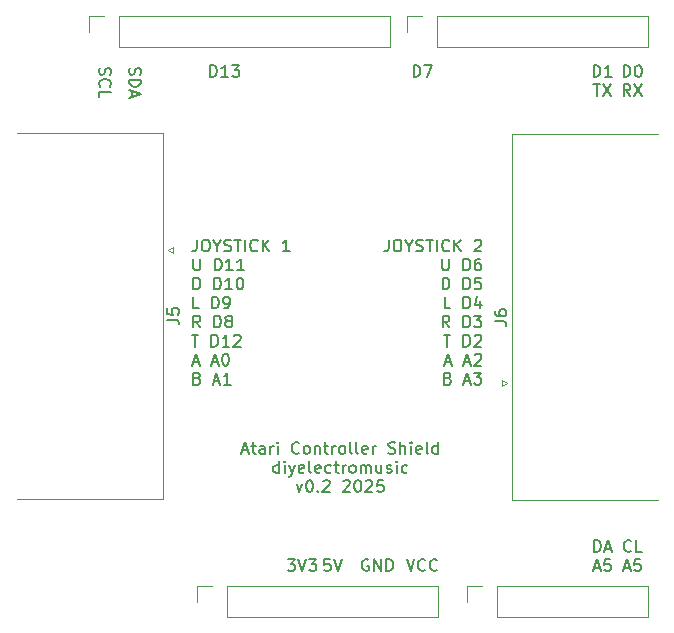
<source format=gbr>
%TF.GenerationSoftware,KiCad,Pcbnew,8.0.7*%
%TF.CreationDate,2025-04-27T16:12:27+01:00*%
%TF.ProjectId,ArduinoAtari,41726475-696e-46f4-9174-6172692e6b69,rev?*%
%TF.SameCoordinates,Original*%
%TF.FileFunction,Legend,Top*%
%TF.FilePolarity,Positive*%
%FSLAX46Y46*%
G04 Gerber Fmt 4.6, Leading zero omitted, Abs format (unit mm)*
G04 Created by KiCad (PCBNEW 8.0.7) date 2025-04-27 16:12:27*
%MOMM*%
%LPD*%
G01*
G04 APERTURE LIST*
%ADD10C,0.150000*%
%ADD11C,0.120000*%
G04 APERTURE END LIST*
D10*
X126622493Y-66820015D02*
X126622493Y-67534300D01*
X126622493Y-67534300D02*
X126574874Y-67677157D01*
X126574874Y-67677157D02*
X126479636Y-67772396D01*
X126479636Y-67772396D02*
X126336779Y-67820015D01*
X126336779Y-67820015D02*
X126241541Y-67820015D01*
X127289160Y-66820015D02*
X127479636Y-66820015D01*
X127479636Y-66820015D02*
X127574874Y-66867634D01*
X127574874Y-66867634D02*
X127670112Y-66962872D01*
X127670112Y-66962872D02*
X127717731Y-67153348D01*
X127717731Y-67153348D02*
X127717731Y-67486681D01*
X127717731Y-67486681D02*
X127670112Y-67677157D01*
X127670112Y-67677157D02*
X127574874Y-67772396D01*
X127574874Y-67772396D02*
X127479636Y-67820015D01*
X127479636Y-67820015D02*
X127289160Y-67820015D01*
X127289160Y-67820015D02*
X127193922Y-67772396D01*
X127193922Y-67772396D02*
X127098684Y-67677157D01*
X127098684Y-67677157D02*
X127051065Y-67486681D01*
X127051065Y-67486681D02*
X127051065Y-67153348D01*
X127051065Y-67153348D02*
X127098684Y-66962872D01*
X127098684Y-66962872D02*
X127193922Y-66867634D01*
X127193922Y-66867634D02*
X127289160Y-66820015D01*
X128336779Y-67343824D02*
X128336779Y-67820015D01*
X128003446Y-66820015D02*
X128336779Y-67343824D01*
X128336779Y-67343824D02*
X128670112Y-66820015D01*
X128955827Y-67772396D02*
X129098684Y-67820015D01*
X129098684Y-67820015D02*
X129336779Y-67820015D01*
X129336779Y-67820015D02*
X129432017Y-67772396D01*
X129432017Y-67772396D02*
X129479636Y-67724776D01*
X129479636Y-67724776D02*
X129527255Y-67629538D01*
X129527255Y-67629538D02*
X129527255Y-67534300D01*
X129527255Y-67534300D02*
X129479636Y-67439062D01*
X129479636Y-67439062D02*
X129432017Y-67391443D01*
X129432017Y-67391443D02*
X129336779Y-67343824D01*
X129336779Y-67343824D02*
X129146303Y-67296205D01*
X129146303Y-67296205D02*
X129051065Y-67248586D01*
X129051065Y-67248586D02*
X129003446Y-67200967D01*
X129003446Y-67200967D02*
X128955827Y-67105729D01*
X128955827Y-67105729D02*
X128955827Y-67010491D01*
X128955827Y-67010491D02*
X129003446Y-66915253D01*
X129003446Y-66915253D02*
X129051065Y-66867634D01*
X129051065Y-66867634D02*
X129146303Y-66820015D01*
X129146303Y-66820015D02*
X129384398Y-66820015D01*
X129384398Y-66820015D02*
X129527255Y-66867634D01*
X129812970Y-66820015D02*
X130384398Y-66820015D01*
X130098684Y-67820015D02*
X130098684Y-66820015D01*
X130717732Y-67820015D02*
X130717732Y-66820015D01*
X131765350Y-67724776D02*
X131717731Y-67772396D01*
X131717731Y-67772396D02*
X131574874Y-67820015D01*
X131574874Y-67820015D02*
X131479636Y-67820015D01*
X131479636Y-67820015D02*
X131336779Y-67772396D01*
X131336779Y-67772396D02*
X131241541Y-67677157D01*
X131241541Y-67677157D02*
X131193922Y-67581919D01*
X131193922Y-67581919D02*
X131146303Y-67391443D01*
X131146303Y-67391443D02*
X131146303Y-67248586D01*
X131146303Y-67248586D02*
X131193922Y-67058110D01*
X131193922Y-67058110D02*
X131241541Y-66962872D01*
X131241541Y-66962872D02*
X131336779Y-66867634D01*
X131336779Y-66867634D02*
X131479636Y-66820015D01*
X131479636Y-66820015D02*
X131574874Y-66820015D01*
X131574874Y-66820015D02*
X131717731Y-66867634D01*
X131717731Y-66867634D02*
X131765350Y-66915253D01*
X132193922Y-67820015D02*
X132193922Y-66820015D01*
X132765350Y-67820015D02*
X132336779Y-67248586D01*
X132765350Y-66820015D02*
X132193922Y-67391443D01*
X134479636Y-67820015D02*
X133908208Y-67820015D01*
X134193922Y-67820015D02*
X134193922Y-66820015D01*
X134193922Y-66820015D02*
X134098684Y-66962872D01*
X134098684Y-66962872D02*
X134003446Y-67058110D01*
X134003446Y-67058110D02*
X133908208Y-67105729D01*
X126336779Y-68429959D02*
X126336779Y-69239482D01*
X126336779Y-69239482D02*
X126384398Y-69334720D01*
X126384398Y-69334720D02*
X126432017Y-69382340D01*
X126432017Y-69382340D02*
X126527255Y-69429959D01*
X126527255Y-69429959D02*
X126717731Y-69429959D01*
X126717731Y-69429959D02*
X126812969Y-69382340D01*
X126812969Y-69382340D02*
X126860588Y-69334720D01*
X126860588Y-69334720D02*
X126908207Y-69239482D01*
X126908207Y-69239482D02*
X126908207Y-68429959D01*
X128146303Y-69429959D02*
X128146303Y-68429959D01*
X128146303Y-68429959D02*
X128384398Y-68429959D01*
X128384398Y-68429959D02*
X128527255Y-68477578D01*
X128527255Y-68477578D02*
X128622493Y-68572816D01*
X128622493Y-68572816D02*
X128670112Y-68668054D01*
X128670112Y-68668054D02*
X128717731Y-68858530D01*
X128717731Y-68858530D02*
X128717731Y-69001387D01*
X128717731Y-69001387D02*
X128670112Y-69191863D01*
X128670112Y-69191863D02*
X128622493Y-69287101D01*
X128622493Y-69287101D02*
X128527255Y-69382340D01*
X128527255Y-69382340D02*
X128384398Y-69429959D01*
X128384398Y-69429959D02*
X128146303Y-69429959D01*
X129670112Y-69429959D02*
X129098684Y-69429959D01*
X129384398Y-69429959D02*
X129384398Y-68429959D01*
X129384398Y-68429959D02*
X129289160Y-68572816D01*
X129289160Y-68572816D02*
X129193922Y-68668054D01*
X129193922Y-68668054D02*
X129098684Y-68715673D01*
X130622493Y-69429959D02*
X130051065Y-69429959D01*
X130336779Y-69429959D02*
X130336779Y-68429959D01*
X130336779Y-68429959D02*
X130241541Y-68572816D01*
X130241541Y-68572816D02*
X130146303Y-68668054D01*
X130146303Y-68668054D02*
X130051065Y-68715673D01*
X126336779Y-71039903D02*
X126336779Y-70039903D01*
X126336779Y-70039903D02*
X126574874Y-70039903D01*
X126574874Y-70039903D02*
X126717731Y-70087522D01*
X126717731Y-70087522D02*
X126812969Y-70182760D01*
X126812969Y-70182760D02*
X126860588Y-70277998D01*
X126860588Y-70277998D02*
X126908207Y-70468474D01*
X126908207Y-70468474D02*
X126908207Y-70611331D01*
X126908207Y-70611331D02*
X126860588Y-70801807D01*
X126860588Y-70801807D02*
X126812969Y-70897045D01*
X126812969Y-70897045D02*
X126717731Y-70992284D01*
X126717731Y-70992284D02*
X126574874Y-71039903D01*
X126574874Y-71039903D02*
X126336779Y-71039903D01*
X128098684Y-71039903D02*
X128098684Y-70039903D01*
X128098684Y-70039903D02*
X128336779Y-70039903D01*
X128336779Y-70039903D02*
X128479636Y-70087522D01*
X128479636Y-70087522D02*
X128574874Y-70182760D01*
X128574874Y-70182760D02*
X128622493Y-70277998D01*
X128622493Y-70277998D02*
X128670112Y-70468474D01*
X128670112Y-70468474D02*
X128670112Y-70611331D01*
X128670112Y-70611331D02*
X128622493Y-70801807D01*
X128622493Y-70801807D02*
X128574874Y-70897045D01*
X128574874Y-70897045D02*
X128479636Y-70992284D01*
X128479636Y-70992284D02*
X128336779Y-71039903D01*
X128336779Y-71039903D02*
X128098684Y-71039903D01*
X129622493Y-71039903D02*
X129051065Y-71039903D01*
X129336779Y-71039903D02*
X129336779Y-70039903D01*
X129336779Y-70039903D02*
X129241541Y-70182760D01*
X129241541Y-70182760D02*
X129146303Y-70277998D01*
X129146303Y-70277998D02*
X129051065Y-70325617D01*
X130241541Y-70039903D02*
X130336779Y-70039903D01*
X130336779Y-70039903D02*
X130432017Y-70087522D01*
X130432017Y-70087522D02*
X130479636Y-70135141D01*
X130479636Y-70135141D02*
X130527255Y-70230379D01*
X130527255Y-70230379D02*
X130574874Y-70420855D01*
X130574874Y-70420855D02*
X130574874Y-70658950D01*
X130574874Y-70658950D02*
X130527255Y-70849426D01*
X130527255Y-70849426D02*
X130479636Y-70944664D01*
X130479636Y-70944664D02*
X130432017Y-70992284D01*
X130432017Y-70992284D02*
X130336779Y-71039903D01*
X130336779Y-71039903D02*
X130241541Y-71039903D01*
X130241541Y-71039903D02*
X130146303Y-70992284D01*
X130146303Y-70992284D02*
X130098684Y-70944664D01*
X130098684Y-70944664D02*
X130051065Y-70849426D01*
X130051065Y-70849426D02*
X130003446Y-70658950D01*
X130003446Y-70658950D02*
X130003446Y-70420855D01*
X130003446Y-70420855D02*
X130051065Y-70230379D01*
X130051065Y-70230379D02*
X130098684Y-70135141D01*
X130098684Y-70135141D02*
X130146303Y-70087522D01*
X130146303Y-70087522D02*
X130241541Y-70039903D01*
X126812969Y-72649847D02*
X126336779Y-72649847D01*
X126336779Y-72649847D02*
X126336779Y-71649847D01*
X127908208Y-72649847D02*
X127908208Y-71649847D01*
X127908208Y-71649847D02*
X128146303Y-71649847D01*
X128146303Y-71649847D02*
X128289160Y-71697466D01*
X128289160Y-71697466D02*
X128384398Y-71792704D01*
X128384398Y-71792704D02*
X128432017Y-71887942D01*
X128432017Y-71887942D02*
X128479636Y-72078418D01*
X128479636Y-72078418D02*
X128479636Y-72221275D01*
X128479636Y-72221275D02*
X128432017Y-72411751D01*
X128432017Y-72411751D02*
X128384398Y-72506989D01*
X128384398Y-72506989D02*
X128289160Y-72602228D01*
X128289160Y-72602228D02*
X128146303Y-72649847D01*
X128146303Y-72649847D02*
X127908208Y-72649847D01*
X128955827Y-72649847D02*
X129146303Y-72649847D01*
X129146303Y-72649847D02*
X129241541Y-72602228D01*
X129241541Y-72602228D02*
X129289160Y-72554608D01*
X129289160Y-72554608D02*
X129384398Y-72411751D01*
X129384398Y-72411751D02*
X129432017Y-72221275D01*
X129432017Y-72221275D02*
X129432017Y-71840323D01*
X129432017Y-71840323D02*
X129384398Y-71745085D01*
X129384398Y-71745085D02*
X129336779Y-71697466D01*
X129336779Y-71697466D02*
X129241541Y-71649847D01*
X129241541Y-71649847D02*
X129051065Y-71649847D01*
X129051065Y-71649847D02*
X128955827Y-71697466D01*
X128955827Y-71697466D02*
X128908208Y-71745085D01*
X128908208Y-71745085D02*
X128860589Y-71840323D01*
X128860589Y-71840323D02*
X128860589Y-72078418D01*
X128860589Y-72078418D02*
X128908208Y-72173656D01*
X128908208Y-72173656D02*
X128955827Y-72221275D01*
X128955827Y-72221275D02*
X129051065Y-72268894D01*
X129051065Y-72268894D02*
X129241541Y-72268894D01*
X129241541Y-72268894D02*
X129336779Y-72221275D01*
X129336779Y-72221275D02*
X129384398Y-72173656D01*
X129384398Y-72173656D02*
X129432017Y-72078418D01*
X126908207Y-74259791D02*
X126574874Y-73783600D01*
X126336779Y-74259791D02*
X126336779Y-73259791D01*
X126336779Y-73259791D02*
X126717731Y-73259791D01*
X126717731Y-73259791D02*
X126812969Y-73307410D01*
X126812969Y-73307410D02*
X126860588Y-73355029D01*
X126860588Y-73355029D02*
X126908207Y-73450267D01*
X126908207Y-73450267D02*
X126908207Y-73593124D01*
X126908207Y-73593124D02*
X126860588Y-73688362D01*
X126860588Y-73688362D02*
X126812969Y-73735981D01*
X126812969Y-73735981D02*
X126717731Y-73783600D01*
X126717731Y-73783600D02*
X126336779Y-73783600D01*
X128098684Y-74259791D02*
X128098684Y-73259791D01*
X128098684Y-73259791D02*
X128336779Y-73259791D01*
X128336779Y-73259791D02*
X128479636Y-73307410D01*
X128479636Y-73307410D02*
X128574874Y-73402648D01*
X128574874Y-73402648D02*
X128622493Y-73497886D01*
X128622493Y-73497886D02*
X128670112Y-73688362D01*
X128670112Y-73688362D02*
X128670112Y-73831219D01*
X128670112Y-73831219D02*
X128622493Y-74021695D01*
X128622493Y-74021695D02*
X128574874Y-74116933D01*
X128574874Y-74116933D02*
X128479636Y-74212172D01*
X128479636Y-74212172D02*
X128336779Y-74259791D01*
X128336779Y-74259791D02*
X128098684Y-74259791D01*
X129241541Y-73688362D02*
X129146303Y-73640743D01*
X129146303Y-73640743D02*
X129098684Y-73593124D01*
X129098684Y-73593124D02*
X129051065Y-73497886D01*
X129051065Y-73497886D02*
X129051065Y-73450267D01*
X129051065Y-73450267D02*
X129098684Y-73355029D01*
X129098684Y-73355029D02*
X129146303Y-73307410D01*
X129146303Y-73307410D02*
X129241541Y-73259791D01*
X129241541Y-73259791D02*
X129432017Y-73259791D01*
X129432017Y-73259791D02*
X129527255Y-73307410D01*
X129527255Y-73307410D02*
X129574874Y-73355029D01*
X129574874Y-73355029D02*
X129622493Y-73450267D01*
X129622493Y-73450267D02*
X129622493Y-73497886D01*
X129622493Y-73497886D02*
X129574874Y-73593124D01*
X129574874Y-73593124D02*
X129527255Y-73640743D01*
X129527255Y-73640743D02*
X129432017Y-73688362D01*
X129432017Y-73688362D02*
X129241541Y-73688362D01*
X129241541Y-73688362D02*
X129146303Y-73735981D01*
X129146303Y-73735981D02*
X129098684Y-73783600D01*
X129098684Y-73783600D02*
X129051065Y-73878838D01*
X129051065Y-73878838D02*
X129051065Y-74069314D01*
X129051065Y-74069314D02*
X129098684Y-74164552D01*
X129098684Y-74164552D02*
X129146303Y-74212172D01*
X129146303Y-74212172D02*
X129241541Y-74259791D01*
X129241541Y-74259791D02*
X129432017Y-74259791D01*
X129432017Y-74259791D02*
X129527255Y-74212172D01*
X129527255Y-74212172D02*
X129574874Y-74164552D01*
X129574874Y-74164552D02*
X129622493Y-74069314D01*
X129622493Y-74069314D02*
X129622493Y-73878838D01*
X129622493Y-73878838D02*
X129574874Y-73783600D01*
X129574874Y-73783600D02*
X129527255Y-73735981D01*
X129527255Y-73735981D02*
X129432017Y-73688362D01*
X126193922Y-74869735D02*
X126765350Y-74869735D01*
X126479636Y-75869735D02*
X126479636Y-74869735D01*
X127860589Y-75869735D02*
X127860589Y-74869735D01*
X127860589Y-74869735D02*
X128098684Y-74869735D01*
X128098684Y-74869735D02*
X128241541Y-74917354D01*
X128241541Y-74917354D02*
X128336779Y-75012592D01*
X128336779Y-75012592D02*
X128384398Y-75107830D01*
X128384398Y-75107830D02*
X128432017Y-75298306D01*
X128432017Y-75298306D02*
X128432017Y-75441163D01*
X128432017Y-75441163D02*
X128384398Y-75631639D01*
X128384398Y-75631639D02*
X128336779Y-75726877D01*
X128336779Y-75726877D02*
X128241541Y-75822116D01*
X128241541Y-75822116D02*
X128098684Y-75869735D01*
X128098684Y-75869735D02*
X127860589Y-75869735D01*
X129384398Y-75869735D02*
X128812970Y-75869735D01*
X129098684Y-75869735D02*
X129098684Y-74869735D01*
X129098684Y-74869735D02*
X129003446Y-75012592D01*
X129003446Y-75012592D02*
X128908208Y-75107830D01*
X128908208Y-75107830D02*
X128812970Y-75155449D01*
X129765351Y-74964973D02*
X129812970Y-74917354D01*
X129812970Y-74917354D02*
X129908208Y-74869735D01*
X129908208Y-74869735D02*
X130146303Y-74869735D01*
X130146303Y-74869735D02*
X130241541Y-74917354D01*
X130241541Y-74917354D02*
X130289160Y-74964973D01*
X130289160Y-74964973D02*
X130336779Y-75060211D01*
X130336779Y-75060211D02*
X130336779Y-75155449D01*
X130336779Y-75155449D02*
X130289160Y-75298306D01*
X130289160Y-75298306D02*
X129717732Y-75869735D01*
X129717732Y-75869735D02*
X130336779Y-75869735D01*
X126289160Y-77193964D02*
X126765350Y-77193964D01*
X126193922Y-77479679D02*
X126527255Y-76479679D01*
X126527255Y-76479679D02*
X126860588Y-77479679D01*
X127908208Y-77193964D02*
X128384398Y-77193964D01*
X127812970Y-77479679D02*
X128146303Y-76479679D01*
X128146303Y-76479679D02*
X128479636Y-77479679D01*
X129003446Y-76479679D02*
X129098684Y-76479679D01*
X129098684Y-76479679D02*
X129193922Y-76527298D01*
X129193922Y-76527298D02*
X129241541Y-76574917D01*
X129241541Y-76574917D02*
X129289160Y-76670155D01*
X129289160Y-76670155D02*
X129336779Y-76860631D01*
X129336779Y-76860631D02*
X129336779Y-77098726D01*
X129336779Y-77098726D02*
X129289160Y-77289202D01*
X129289160Y-77289202D02*
X129241541Y-77384440D01*
X129241541Y-77384440D02*
X129193922Y-77432060D01*
X129193922Y-77432060D02*
X129098684Y-77479679D01*
X129098684Y-77479679D02*
X129003446Y-77479679D01*
X129003446Y-77479679D02*
X128908208Y-77432060D01*
X128908208Y-77432060D02*
X128860589Y-77384440D01*
X128860589Y-77384440D02*
X128812970Y-77289202D01*
X128812970Y-77289202D02*
X128765351Y-77098726D01*
X128765351Y-77098726D02*
X128765351Y-76860631D01*
X128765351Y-76860631D02*
X128812970Y-76670155D01*
X128812970Y-76670155D02*
X128860589Y-76574917D01*
X128860589Y-76574917D02*
X128908208Y-76527298D01*
X128908208Y-76527298D02*
X129003446Y-76479679D01*
X126670112Y-78565813D02*
X126812969Y-78613432D01*
X126812969Y-78613432D02*
X126860588Y-78661051D01*
X126860588Y-78661051D02*
X126908207Y-78756289D01*
X126908207Y-78756289D02*
X126908207Y-78899146D01*
X126908207Y-78899146D02*
X126860588Y-78994384D01*
X126860588Y-78994384D02*
X126812969Y-79042004D01*
X126812969Y-79042004D02*
X126717731Y-79089623D01*
X126717731Y-79089623D02*
X126336779Y-79089623D01*
X126336779Y-79089623D02*
X126336779Y-78089623D01*
X126336779Y-78089623D02*
X126670112Y-78089623D01*
X126670112Y-78089623D02*
X126765350Y-78137242D01*
X126765350Y-78137242D02*
X126812969Y-78184861D01*
X126812969Y-78184861D02*
X126860588Y-78280099D01*
X126860588Y-78280099D02*
X126860588Y-78375337D01*
X126860588Y-78375337D02*
X126812969Y-78470575D01*
X126812969Y-78470575D02*
X126765350Y-78518194D01*
X126765350Y-78518194D02*
X126670112Y-78565813D01*
X126670112Y-78565813D02*
X126336779Y-78565813D01*
X128051065Y-78803908D02*
X128527255Y-78803908D01*
X127955827Y-79089623D02*
X128289160Y-78089623D01*
X128289160Y-78089623D02*
X128622493Y-79089623D01*
X129479636Y-79089623D02*
X128908208Y-79089623D01*
X129193922Y-79089623D02*
X129193922Y-78089623D01*
X129193922Y-78089623D02*
X129098684Y-78232480D01*
X129098684Y-78232480D02*
X129003446Y-78327718D01*
X129003446Y-78327718D02*
X128908208Y-78375337D01*
X160269524Y-93259875D02*
X160269524Y-92259875D01*
X160269524Y-92259875D02*
X160507619Y-92259875D01*
X160507619Y-92259875D02*
X160650476Y-92307494D01*
X160650476Y-92307494D02*
X160745714Y-92402732D01*
X160745714Y-92402732D02*
X160793333Y-92497970D01*
X160793333Y-92497970D02*
X160840952Y-92688446D01*
X160840952Y-92688446D02*
X160840952Y-92831303D01*
X160840952Y-92831303D02*
X160793333Y-93021779D01*
X160793333Y-93021779D02*
X160745714Y-93117017D01*
X160745714Y-93117017D02*
X160650476Y-93212256D01*
X160650476Y-93212256D02*
X160507619Y-93259875D01*
X160507619Y-93259875D02*
X160269524Y-93259875D01*
X161221905Y-92974160D02*
X161698095Y-92974160D01*
X161126667Y-93259875D02*
X161460000Y-92259875D01*
X161460000Y-92259875D02*
X161793333Y-93259875D01*
X160245714Y-94584104D02*
X160721904Y-94584104D01*
X160150476Y-94869819D02*
X160483809Y-93869819D01*
X160483809Y-93869819D02*
X160817142Y-94869819D01*
X161626666Y-93869819D02*
X161150476Y-93869819D01*
X161150476Y-93869819D02*
X161102857Y-94346009D01*
X161102857Y-94346009D02*
X161150476Y-94298390D01*
X161150476Y-94298390D02*
X161245714Y-94250771D01*
X161245714Y-94250771D02*
X161483809Y-94250771D01*
X161483809Y-94250771D02*
X161579047Y-94298390D01*
X161579047Y-94298390D02*
X161626666Y-94346009D01*
X161626666Y-94346009D02*
X161674285Y-94441247D01*
X161674285Y-94441247D02*
X161674285Y-94679342D01*
X161674285Y-94679342D02*
X161626666Y-94774580D01*
X161626666Y-94774580D02*
X161579047Y-94822200D01*
X161579047Y-94822200D02*
X161483809Y-94869819D01*
X161483809Y-94869819D02*
X161245714Y-94869819D01*
X161245714Y-94869819D02*
X161150476Y-94822200D01*
X161150476Y-94822200D02*
X161102857Y-94774580D01*
X134321905Y-93869819D02*
X134940952Y-93869819D01*
X134940952Y-93869819D02*
X134607619Y-94250771D01*
X134607619Y-94250771D02*
X134750476Y-94250771D01*
X134750476Y-94250771D02*
X134845714Y-94298390D01*
X134845714Y-94298390D02*
X134893333Y-94346009D01*
X134893333Y-94346009D02*
X134940952Y-94441247D01*
X134940952Y-94441247D02*
X134940952Y-94679342D01*
X134940952Y-94679342D02*
X134893333Y-94774580D01*
X134893333Y-94774580D02*
X134845714Y-94822200D01*
X134845714Y-94822200D02*
X134750476Y-94869819D01*
X134750476Y-94869819D02*
X134464762Y-94869819D01*
X134464762Y-94869819D02*
X134369524Y-94822200D01*
X134369524Y-94822200D02*
X134321905Y-94774580D01*
X135226667Y-93869819D02*
X135560000Y-94869819D01*
X135560000Y-94869819D02*
X135893333Y-93869819D01*
X136131429Y-93869819D02*
X136750476Y-93869819D01*
X136750476Y-93869819D02*
X136417143Y-94250771D01*
X136417143Y-94250771D02*
X136560000Y-94250771D01*
X136560000Y-94250771D02*
X136655238Y-94298390D01*
X136655238Y-94298390D02*
X136702857Y-94346009D01*
X136702857Y-94346009D02*
X136750476Y-94441247D01*
X136750476Y-94441247D02*
X136750476Y-94679342D01*
X136750476Y-94679342D02*
X136702857Y-94774580D01*
X136702857Y-94774580D02*
X136655238Y-94822200D01*
X136655238Y-94822200D02*
X136560000Y-94869819D01*
X136560000Y-94869819D02*
X136274286Y-94869819D01*
X136274286Y-94869819D02*
X136179048Y-94822200D01*
X136179048Y-94822200D02*
X136131429Y-94774580D01*
X127741714Y-53039819D02*
X127741714Y-52039819D01*
X127741714Y-52039819D02*
X127979809Y-52039819D01*
X127979809Y-52039819D02*
X128122666Y-52087438D01*
X128122666Y-52087438D02*
X128217904Y-52182676D01*
X128217904Y-52182676D02*
X128265523Y-52277914D01*
X128265523Y-52277914D02*
X128313142Y-52468390D01*
X128313142Y-52468390D02*
X128313142Y-52611247D01*
X128313142Y-52611247D02*
X128265523Y-52801723D01*
X128265523Y-52801723D02*
X128217904Y-52896961D01*
X128217904Y-52896961D02*
X128122666Y-52992200D01*
X128122666Y-52992200D02*
X127979809Y-53039819D01*
X127979809Y-53039819D02*
X127741714Y-53039819D01*
X129265523Y-53039819D02*
X128694095Y-53039819D01*
X128979809Y-53039819D02*
X128979809Y-52039819D01*
X128979809Y-52039819D02*
X128884571Y-52182676D01*
X128884571Y-52182676D02*
X128789333Y-52277914D01*
X128789333Y-52277914D02*
X128694095Y-52325533D01*
X129598857Y-52039819D02*
X130217904Y-52039819D01*
X130217904Y-52039819D02*
X129884571Y-52420771D01*
X129884571Y-52420771D02*
X130027428Y-52420771D01*
X130027428Y-52420771D02*
X130122666Y-52468390D01*
X130122666Y-52468390D02*
X130170285Y-52516009D01*
X130170285Y-52516009D02*
X130217904Y-52611247D01*
X130217904Y-52611247D02*
X130217904Y-52849342D01*
X130217904Y-52849342D02*
X130170285Y-52944580D01*
X130170285Y-52944580D02*
X130122666Y-52992200D01*
X130122666Y-52992200D02*
X130027428Y-53039819D01*
X130027428Y-53039819D02*
X129741714Y-53039819D01*
X129741714Y-53039819D02*
X129646476Y-52992200D01*
X129646476Y-52992200D02*
X129598857Y-52944580D01*
X162761905Y-53039819D02*
X162761905Y-52039819D01*
X162761905Y-52039819D02*
X163000000Y-52039819D01*
X163000000Y-52039819D02*
X163142857Y-52087438D01*
X163142857Y-52087438D02*
X163238095Y-52182676D01*
X163238095Y-52182676D02*
X163285714Y-52277914D01*
X163285714Y-52277914D02*
X163333333Y-52468390D01*
X163333333Y-52468390D02*
X163333333Y-52611247D01*
X163333333Y-52611247D02*
X163285714Y-52801723D01*
X163285714Y-52801723D02*
X163238095Y-52896961D01*
X163238095Y-52896961D02*
X163142857Y-52992200D01*
X163142857Y-52992200D02*
X163000000Y-53039819D01*
X163000000Y-53039819D02*
X162761905Y-53039819D01*
X163952381Y-52039819D02*
X164047619Y-52039819D01*
X164047619Y-52039819D02*
X164142857Y-52087438D01*
X164142857Y-52087438D02*
X164190476Y-52135057D01*
X164190476Y-52135057D02*
X164238095Y-52230295D01*
X164238095Y-52230295D02*
X164285714Y-52420771D01*
X164285714Y-52420771D02*
X164285714Y-52658866D01*
X164285714Y-52658866D02*
X164238095Y-52849342D01*
X164238095Y-52849342D02*
X164190476Y-52944580D01*
X164190476Y-52944580D02*
X164142857Y-52992200D01*
X164142857Y-52992200D02*
X164047619Y-53039819D01*
X164047619Y-53039819D02*
X163952381Y-53039819D01*
X163952381Y-53039819D02*
X163857143Y-52992200D01*
X163857143Y-52992200D02*
X163809524Y-52944580D01*
X163809524Y-52944580D02*
X163761905Y-52849342D01*
X163761905Y-52849342D02*
X163714286Y-52658866D01*
X163714286Y-52658866D02*
X163714286Y-52420771D01*
X163714286Y-52420771D02*
X163761905Y-52230295D01*
X163761905Y-52230295D02*
X163809524Y-52135057D01*
X163809524Y-52135057D02*
X163857143Y-52087438D01*
X163857143Y-52087438D02*
X163952381Y-52039819D01*
X163333333Y-54649763D02*
X163000000Y-54173572D01*
X162761905Y-54649763D02*
X162761905Y-53649763D01*
X162761905Y-53649763D02*
X163142857Y-53649763D01*
X163142857Y-53649763D02*
X163238095Y-53697382D01*
X163238095Y-53697382D02*
X163285714Y-53745001D01*
X163285714Y-53745001D02*
X163333333Y-53840239D01*
X163333333Y-53840239D02*
X163333333Y-53983096D01*
X163333333Y-53983096D02*
X163285714Y-54078334D01*
X163285714Y-54078334D02*
X163238095Y-54125953D01*
X163238095Y-54125953D02*
X163142857Y-54173572D01*
X163142857Y-54173572D02*
X162761905Y-54173572D01*
X163666667Y-53649763D02*
X164333333Y-54649763D01*
X164333333Y-53649763D02*
X163666667Y-54649763D01*
X118388800Y-52289160D02*
X118341180Y-52432017D01*
X118341180Y-52432017D02*
X118341180Y-52670112D01*
X118341180Y-52670112D02*
X118388800Y-52765350D01*
X118388800Y-52765350D02*
X118436419Y-52812969D01*
X118436419Y-52812969D02*
X118531657Y-52860588D01*
X118531657Y-52860588D02*
X118626895Y-52860588D01*
X118626895Y-52860588D02*
X118722133Y-52812969D01*
X118722133Y-52812969D02*
X118769752Y-52765350D01*
X118769752Y-52765350D02*
X118817371Y-52670112D01*
X118817371Y-52670112D02*
X118864990Y-52479636D01*
X118864990Y-52479636D02*
X118912609Y-52384398D01*
X118912609Y-52384398D02*
X118960228Y-52336779D01*
X118960228Y-52336779D02*
X119055466Y-52289160D01*
X119055466Y-52289160D02*
X119150704Y-52289160D01*
X119150704Y-52289160D02*
X119245942Y-52336779D01*
X119245942Y-52336779D02*
X119293561Y-52384398D01*
X119293561Y-52384398D02*
X119341180Y-52479636D01*
X119341180Y-52479636D02*
X119341180Y-52717731D01*
X119341180Y-52717731D02*
X119293561Y-52860588D01*
X118436419Y-53860588D02*
X118388800Y-53812969D01*
X118388800Y-53812969D02*
X118341180Y-53670112D01*
X118341180Y-53670112D02*
X118341180Y-53574874D01*
X118341180Y-53574874D02*
X118388800Y-53432017D01*
X118388800Y-53432017D02*
X118484038Y-53336779D01*
X118484038Y-53336779D02*
X118579276Y-53289160D01*
X118579276Y-53289160D02*
X118769752Y-53241541D01*
X118769752Y-53241541D02*
X118912609Y-53241541D01*
X118912609Y-53241541D02*
X119103085Y-53289160D01*
X119103085Y-53289160D02*
X119198323Y-53336779D01*
X119198323Y-53336779D02*
X119293561Y-53432017D01*
X119293561Y-53432017D02*
X119341180Y-53574874D01*
X119341180Y-53574874D02*
X119341180Y-53670112D01*
X119341180Y-53670112D02*
X119293561Y-53812969D01*
X119293561Y-53812969D02*
X119245942Y-53860588D01*
X118341180Y-54765350D02*
X118341180Y-54289160D01*
X118341180Y-54289160D02*
X119341180Y-54289160D01*
X160221905Y-53039819D02*
X160221905Y-52039819D01*
X160221905Y-52039819D02*
X160460000Y-52039819D01*
X160460000Y-52039819D02*
X160602857Y-52087438D01*
X160602857Y-52087438D02*
X160698095Y-52182676D01*
X160698095Y-52182676D02*
X160745714Y-52277914D01*
X160745714Y-52277914D02*
X160793333Y-52468390D01*
X160793333Y-52468390D02*
X160793333Y-52611247D01*
X160793333Y-52611247D02*
X160745714Y-52801723D01*
X160745714Y-52801723D02*
X160698095Y-52896961D01*
X160698095Y-52896961D02*
X160602857Y-52992200D01*
X160602857Y-52992200D02*
X160460000Y-53039819D01*
X160460000Y-53039819D02*
X160221905Y-53039819D01*
X161745714Y-53039819D02*
X161174286Y-53039819D01*
X161460000Y-53039819D02*
X161460000Y-52039819D01*
X161460000Y-52039819D02*
X161364762Y-52182676D01*
X161364762Y-52182676D02*
X161269524Y-52277914D01*
X161269524Y-52277914D02*
X161174286Y-52325533D01*
X160198095Y-53649763D02*
X160769523Y-53649763D01*
X160483809Y-54649763D02*
X160483809Y-53649763D01*
X161007619Y-53649763D02*
X161674285Y-54649763D01*
X161674285Y-53649763D02*
X161007619Y-54649763D01*
X144981905Y-53039819D02*
X144981905Y-52039819D01*
X144981905Y-52039819D02*
X145220000Y-52039819D01*
X145220000Y-52039819D02*
X145362857Y-52087438D01*
X145362857Y-52087438D02*
X145458095Y-52182676D01*
X145458095Y-52182676D02*
X145505714Y-52277914D01*
X145505714Y-52277914D02*
X145553333Y-52468390D01*
X145553333Y-52468390D02*
X145553333Y-52611247D01*
X145553333Y-52611247D02*
X145505714Y-52801723D01*
X145505714Y-52801723D02*
X145458095Y-52896961D01*
X145458095Y-52896961D02*
X145362857Y-52992200D01*
X145362857Y-52992200D02*
X145220000Y-53039819D01*
X145220000Y-53039819D02*
X144981905Y-53039819D01*
X145886667Y-52039819D02*
X146553333Y-52039819D01*
X146553333Y-52039819D02*
X146124762Y-53039819D01*
X130470474Y-84669160D02*
X130946664Y-84669160D01*
X130375236Y-84954875D02*
X130708569Y-83954875D01*
X130708569Y-83954875D02*
X131041902Y-84954875D01*
X131232379Y-84288208D02*
X131613331Y-84288208D01*
X131375236Y-83954875D02*
X131375236Y-84812017D01*
X131375236Y-84812017D02*
X131422855Y-84907256D01*
X131422855Y-84907256D02*
X131518093Y-84954875D01*
X131518093Y-84954875D02*
X131613331Y-84954875D01*
X132375236Y-84954875D02*
X132375236Y-84431065D01*
X132375236Y-84431065D02*
X132327617Y-84335827D01*
X132327617Y-84335827D02*
X132232379Y-84288208D01*
X132232379Y-84288208D02*
X132041903Y-84288208D01*
X132041903Y-84288208D02*
X131946665Y-84335827D01*
X132375236Y-84907256D02*
X132279998Y-84954875D01*
X132279998Y-84954875D02*
X132041903Y-84954875D01*
X132041903Y-84954875D02*
X131946665Y-84907256D01*
X131946665Y-84907256D02*
X131899046Y-84812017D01*
X131899046Y-84812017D02*
X131899046Y-84716779D01*
X131899046Y-84716779D02*
X131946665Y-84621541D01*
X131946665Y-84621541D02*
X132041903Y-84573922D01*
X132041903Y-84573922D02*
X132279998Y-84573922D01*
X132279998Y-84573922D02*
X132375236Y-84526303D01*
X132851427Y-84954875D02*
X132851427Y-84288208D01*
X132851427Y-84478684D02*
X132899046Y-84383446D01*
X132899046Y-84383446D02*
X132946665Y-84335827D01*
X132946665Y-84335827D02*
X133041903Y-84288208D01*
X133041903Y-84288208D02*
X133137141Y-84288208D01*
X133470475Y-84954875D02*
X133470475Y-84288208D01*
X133470475Y-83954875D02*
X133422856Y-84002494D01*
X133422856Y-84002494D02*
X133470475Y-84050113D01*
X133470475Y-84050113D02*
X133518094Y-84002494D01*
X133518094Y-84002494D02*
X133470475Y-83954875D01*
X133470475Y-83954875D02*
X133470475Y-84050113D01*
X135279998Y-84859636D02*
X135232379Y-84907256D01*
X135232379Y-84907256D02*
X135089522Y-84954875D01*
X135089522Y-84954875D02*
X134994284Y-84954875D01*
X134994284Y-84954875D02*
X134851427Y-84907256D01*
X134851427Y-84907256D02*
X134756189Y-84812017D01*
X134756189Y-84812017D02*
X134708570Y-84716779D01*
X134708570Y-84716779D02*
X134660951Y-84526303D01*
X134660951Y-84526303D02*
X134660951Y-84383446D01*
X134660951Y-84383446D02*
X134708570Y-84192970D01*
X134708570Y-84192970D02*
X134756189Y-84097732D01*
X134756189Y-84097732D02*
X134851427Y-84002494D01*
X134851427Y-84002494D02*
X134994284Y-83954875D01*
X134994284Y-83954875D02*
X135089522Y-83954875D01*
X135089522Y-83954875D02*
X135232379Y-84002494D01*
X135232379Y-84002494D02*
X135279998Y-84050113D01*
X135851427Y-84954875D02*
X135756189Y-84907256D01*
X135756189Y-84907256D02*
X135708570Y-84859636D01*
X135708570Y-84859636D02*
X135660951Y-84764398D01*
X135660951Y-84764398D02*
X135660951Y-84478684D01*
X135660951Y-84478684D02*
X135708570Y-84383446D01*
X135708570Y-84383446D02*
X135756189Y-84335827D01*
X135756189Y-84335827D02*
X135851427Y-84288208D01*
X135851427Y-84288208D02*
X135994284Y-84288208D01*
X135994284Y-84288208D02*
X136089522Y-84335827D01*
X136089522Y-84335827D02*
X136137141Y-84383446D01*
X136137141Y-84383446D02*
X136184760Y-84478684D01*
X136184760Y-84478684D02*
X136184760Y-84764398D01*
X136184760Y-84764398D02*
X136137141Y-84859636D01*
X136137141Y-84859636D02*
X136089522Y-84907256D01*
X136089522Y-84907256D02*
X135994284Y-84954875D01*
X135994284Y-84954875D02*
X135851427Y-84954875D01*
X136613332Y-84288208D02*
X136613332Y-84954875D01*
X136613332Y-84383446D02*
X136660951Y-84335827D01*
X136660951Y-84335827D02*
X136756189Y-84288208D01*
X136756189Y-84288208D02*
X136899046Y-84288208D01*
X136899046Y-84288208D02*
X136994284Y-84335827D01*
X136994284Y-84335827D02*
X137041903Y-84431065D01*
X137041903Y-84431065D02*
X137041903Y-84954875D01*
X137375237Y-84288208D02*
X137756189Y-84288208D01*
X137518094Y-83954875D02*
X137518094Y-84812017D01*
X137518094Y-84812017D02*
X137565713Y-84907256D01*
X137565713Y-84907256D02*
X137660951Y-84954875D01*
X137660951Y-84954875D02*
X137756189Y-84954875D01*
X138089523Y-84954875D02*
X138089523Y-84288208D01*
X138089523Y-84478684D02*
X138137142Y-84383446D01*
X138137142Y-84383446D02*
X138184761Y-84335827D01*
X138184761Y-84335827D02*
X138279999Y-84288208D01*
X138279999Y-84288208D02*
X138375237Y-84288208D01*
X138851428Y-84954875D02*
X138756190Y-84907256D01*
X138756190Y-84907256D02*
X138708571Y-84859636D01*
X138708571Y-84859636D02*
X138660952Y-84764398D01*
X138660952Y-84764398D02*
X138660952Y-84478684D01*
X138660952Y-84478684D02*
X138708571Y-84383446D01*
X138708571Y-84383446D02*
X138756190Y-84335827D01*
X138756190Y-84335827D02*
X138851428Y-84288208D01*
X138851428Y-84288208D02*
X138994285Y-84288208D01*
X138994285Y-84288208D02*
X139089523Y-84335827D01*
X139089523Y-84335827D02*
X139137142Y-84383446D01*
X139137142Y-84383446D02*
X139184761Y-84478684D01*
X139184761Y-84478684D02*
X139184761Y-84764398D01*
X139184761Y-84764398D02*
X139137142Y-84859636D01*
X139137142Y-84859636D02*
X139089523Y-84907256D01*
X139089523Y-84907256D02*
X138994285Y-84954875D01*
X138994285Y-84954875D02*
X138851428Y-84954875D01*
X139756190Y-84954875D02*
X139660952Y-84907256D01*
X139660952Y-84907256D02*
X139613333Y-84812017D01*
X139613333Y-84812017D02*
X139613333Y-83954875D01*
X140280000Y-84954875D02*
X140184762Y-84907256D01*
X140184762Y-84907256D02*
X140137143Y-84812017D01*
X140137143Y-84812017D02*
X140137143Y-83954875D01*
X141041905Y-84907256D02*
X140946667Y-84954875D01*
X140946667Y-84954875D02*
X140756191Y-84954875D01*
X140756191Y-84954875D02*
X140660953Y-84907256D01*
X140660953Y-84907256D02*
X140613334Y-84812017D01*
X140613334Y-84812017D02*
X140613334Y-84431065D01*
X140613334Y-84431065D02*
X140660953Y-84335827D01*
X140660953Y-84335827D02*
X140756191Y-84288208D01*
X140756191Y-84288208D02*
X140946667Y-84288208D01*
X140946667Y-84288208D02*
X141041905Y-84335827D01*
X141041905Y-84335827D02*
X141089524Y-84431065D01*
X141089524Y-84431065D02*
X141089524Y-84526303D01*
X141089524Y-84526303D02*
X140613334Y-84621541D01*
X141518096Y-84954875D02*
X141518096Y-84288208D01*
X141518096Y-84478684D02*
X141565715Y-84383446D01*
X141565715Y-84383446D02*
X141613334Y-84335827D01*
X141613334Y-84335827D02*
X141708572Y-84288208D01*
X141708572Y-84288208D02*
X141803810Y-84288208D01*
X142851430Y-84907256D02*
X142994287Y-84954875D01*
X142994287Y-84954875D02*
X143232382Y-84954875D01*
X143232382Y-84954875D02*
X143327620Y-84907256D01*
X143327620Y-84907256D02*
X143375239Y-84859636D01*
X143375239Y-84859636D02*
X143422858Y-84764398D01*
X143422858Y-84764398D02*
X143422858Y-84669160D01*
X143422858Y-84669160D02*
X143375239Y-84573922D01*
X143375239Y-84573922D02*
X143327620Y-84526303D01*
X143327620Y-84526303D02*
X143232382Y-84478684D01*
X143232382Y-84478684D02*
X143041906Y-84431065D01*
X143041906Y-84431065D02*
X142946668Y-84383446D01*
X142946668Y-84383446D02*
X142899049Y-84335827D01*
X142899049Y-84335827D02*
X142851430Y-84240589D01*
X142851430Y-84240589D02*
X142851430Y-84145351D01*
X142851430Y-84145351D02*
X142899049Y-84050113D01*
X142899049Y-84050113D02*
X142946668Y-84002494D01*
X142946668Y-84002494D02*
X143041906Y-83954875D01*
X143041906Y-83954875D02*
X143280001Y-83954875D01*
X143280001Y-83954875D02*
X143422858Y-84002494D01*
X143851430Y-84954875D02*
X143851430Y-83954875D01*
X144280001Y-84954875D02*
X144280001Y-84431065D01*
X144280001Y-84431065D02*
X144232382Y-84335827D01*
X144232382Y-84335827D02*
X144137144Y-84288208D01*
X144137144Y-84288208D02*
X143994287Y-84288208D01*
X143994287Y-84288208D02*
X143899049Y-84335827D01*
X143899049Y-84335827D02*
X143851430Y-84383446D01*
X144756192Y-84954875D02*
X144756192Y-84288208D01*
X144756192Y-83954875D02*
X144708573Y-84002494D01*
X144708573Y-84002494D02*
X144756192Y-84050113D01*
X144756192Y-84050113D02*
X144803811Y-84002494D01*
X144803811Y-84002494D02*
X144756192Y-83954875D01*
X144756192Y-83954875D02*
X144756192Y-84050113D01*
X145613334Y-84907256D02*
X145518096Y-84954875D01*
X145518096Y-84954875D02*
X145327620Y-84954875D01*
X145327620Y-84954875D02*
X145232382Y-84907256D01*
X145232382Y-84907256D02*
X145184763Y-84812017D01*
X145184763Y-84812017D02*
X145184763Y-84431065D01*
X145184763Y-84431065D02*
X145232382Y-84335827D01*
X145232382Y-84335827D02*
X145327620Y-84288208D01*
X145327620Y-84288208D02*
X145518096Y-84288208D01*
X145518096Y-84288208D02*
X145613334Y-84335827D01*
X145613334Y-84335827D02*
X145660953Y-84431065D01*
X145660953Y-84431065D02*
X145660953Y-84526303D01*
X145660953Y-84526303D02*
X145184763Y-84621541D01*
X146232382Y-84954875D02*
X146137144Y-84907256D01*
X146137144Y-84907256D02*
X146089525Y-84812017D01*
X146089525Y-84812017D02*
X146089525Y-83954875D01*
X147041906Y-84954875D02*
X147041906Y-83954875D01*
X147041906Y-84907256D02*
X146946668Y-84954875D01*
X146946668Y-84954875D02*
X146756192Y-84954875D01*
X146756192Y-84954875D02*
X146660954Y-84907256D01*
X146660954Y-84907256D02*
X146613335Y-84859636D01*
X146613335Y-84859636D02*
X146565716Y-84764398D01*
X146565716Y-84764398D02*
X146565716Y-84478684D01*
X146565716Y-84478684D02*
X146613335Y-84383446D01*
X146613335Y-84383446D02*
X146660954Y-84335827D01*
X146660954Y-84335827D02*
X146756192Y-84288208D01*
X146756192Y-84288208D02*
X146946668Y-84288208D01*
X146946668Y-84288208D02*
X147041906Y-84335827D01*
X133589523Y-86564819D02*
X133589523Y-85564819D01*
X133589523Y-86517200D02*
X133494285Y-86564819D01*
X133494285Y-86564819D02*
X133303809Y-86564819D01*
X133303809Y-86564819D02*
X133208571Y-86517200D01*
X133208571Y-86517200D02*
X133160952Y-86469580D01*
X133160952Y-86469580D02*
X133113333Y-86374342D01*
X133113333Y-86374342D02*
X133113333Y-86088628D01*
X133113333Y-86088628D02*
X133160952Y-85993390D01*
X133160952Y-85993390D02*
X133208571Y-85945771D01*
X133208571Y-85945771D02*
X133303809Y-85898152D01*
X133303809Y-85898152D02*
X133494285Y-85898152D01*
X133494285Y-85898152D02*
X133589523Y-85945771D01*
X134065714Y-86564819D02*
X134065714Y-85898152D01*
X134065714Y-85564819D02*
X134018095Y-85612438D01*
X134018095Y-85612438D02*
X134065714Y-85660057D01*
X134065714Y-85660057D02*
X134113333Y-85612438D01*
X134113333Y-85612438D02*
X134065714Y-85564819D01*
X134065714Y-85564819D02*
X134065714Y-85660057D01*
X134446666Y-85898152D02*
X134684761Y-86564819D01*
X134922856Y-85898152D02*
X134684761Y-86564819D01*
X134684761Y-86564819D02*
X134589523Y-86802914D01*
X134589523Y-86802914D02*
X134541904Y-86850533D01*
X134541904Y-86850533D02*
X134446666Y-86898152D01*
X135684761Y-86517200D02*
X135589523Y-86564819D01*
X135589523Y-86564819D02*
X135399047Y-86564819D01*
X135399047Y-86564819D02*
X135303809Y-86517200D01*
X135303809Y-86517200D02*
X135256190Y-86421961D01*
X135256190Y-86421961D02*
X135256190Y-86041009D01*
X135256190Y-86041009D02*
X135303809Y-85945771D01*
X135303809Y-85945771D02*
X135399047Y-85898152D01*
X135399047Y-85898152D02*
X135589523Y-85898152D01*
X135589523Y-85898152D02*
X135684761Y-85945771D01*
X135684761Y-85945771D02*
X135732380Y-86041009D01*
X135732380Y-86041009D02*
X135732380Y-86136247D01*
X135732380Y-86136247D02*
X135256190Y-86231485D01*
X136303809Y-86564819D02*
X136208571Y-86517200D01*
X136208571Y-86517200D02*
X136160952Y-86421961D01*
X136160952Y-86421961D02*
X136160952Y-85564819D01*
X137065714Y-86517200D02*
X136970476Y-86564819D01*
X136970476Y-86564819D02*
X136780000Y-86564819D01*
X136780000Y-86564819D02*
X136684762Y-86517200D01*
X136684762Y-86517200D02*
X136637143Y-86421961D01*
X136637143Y-86421961D02*
X136637143Y-86041009D01*
X136637143Y-86041009D02*
X136684762Y-85945771D01*
X136684762Y-85945771D02*
X136780000Y-85898152D01*
X136780000Y-85898152D02*
X136970476Y-85898152D01*
X136970476Y-85898152D02*
X137065714Y-85945771D01*
X137065714Y-85945771D02*
X137113333Y-86041009D01*
X137113333Y-86041009D02*
X137113333Y-86136247D01*
X137113333Y-86136247D02*
X136637143Y-86231485D01*
X137970476Y-86517200D02*
X137875238Y-86564819D01*
X137875238Y-86564819D02*
X137684762Y-86564819D01*
X137684762Y-86564819D02*
X137589524Y-86517200D01*
X137589524Y-86517200D02*
X137541905Y-86469580D01*
X137541905Y-86469580D02*
X137494286Y-86374342D01*
X137494286Y-86374342D02*
X137494286Y-86088628D01*
X137494286Y-86088628D02*
X137541905Y-85993390D01*
X137541905Y-85993390D02*
X137589524Y-85945771D01*
X137589524Y-85945771D02*
X137684762Y-85898152D01*
X137684762Y-85898152D02*
X137875238Y-85898152D01*
X137875238Y-85898152D02*
X137970476Y-85945771D01*
X138256191Y-85898152D02*
X138637143Y-85898152D01*
X138399048Y-85564819D02*
X138399048Y-86421961D01*
X138399048Y-86421961D02*
X138446667Y-86517200D01*
X138446667Y-86517200D02*
X138541905Y-86564819D01*
X138541905Y-86564819D02*
X138637143Y-86564819D01*
X138970477Y-86564819D02*
X138970477Y-85898152D01*
X138970477Y-86088628D02*
X139018096Y-85993390D01*
X139018096Y-85993390D02*
X139065715Y-85945771D01*
X139065715Y-85945771D02*
X139160953Y-85898152D01*
X139160953Y-85898152D02*
X139256191Y-85898152D01*
X139732382Y-86564819D02*
X139637144Y-86517200D01*
X139637144Y-86517200D02*
X139589525Y-86469580D01*
X139589525Y-86469580D02*
X139541906Y-86374342D01*
X139541906Y-86374342D02*
X139541906Y-86088628D01*
X139541906Y-86088628D02*
X139589525Y-85993390D01*
X139589525Y-85993390D02*
X139637144Y-85945771D01*
X139637144Y-85945771D02*
X139732382Y-85898152D01*
X139732382Y-85898152D02*
X139875239Y-85898152D01*
X139875239Y-85898152D02*
X139970477Y-85945771D01*
X139970477Y-85945771D02*
X140018096Y-85993390D01*
X140018096Y-85993390D02*
X140065715Y-86088628D01*
X140065715Y-86088628D02*
X140065715Y-86374342D01*
X140065715Y-86374342D02*
X140018096Y-86469580D01*
X140018096Y-86469580D02*
X139970477Y-86517200D01*
X139970477Y-86517200D02*
X139875239Y-86564819D01*
X139875239Y-86564819D02*
X139732382Y-86564819D01*
X140494287Y-86564819D02*
X140494287Y-85898152D01*
X140494287Y-85993390D02*
X140541906Y-85945771D01*
X140541906Y-85945771D02*
X140637144Y-85898152D01*
X140637144Y-85898152D02*
X140780001Y-85898152D01*
X140780001Y-85898152D02*
X140875239Y-85945771D01*
X140875239Y-85945771D02*
X140922858Y-86041009D01*
X140922858Y-86041009D02*
X140922858Y-86564819D01*
X140922858Y-86041009D02*
X140970477Y-85945771D01*
X140970477Y-85945771D02*
X141065715Y-85898152D01*
X141065715Y-85898152D02*
X141208572Y-85898152D01*
X141208572Y-85898152D02*
X141303811Y-85945771D01*
X141303811Y-85945771D02*
X141351430Y-86041009D01*
X141351430Y-86041009D02*
X141351430Y-86564819D01*
X142256191Y-85898152D02*
X142256191Y-86564819D01*
X141827620Y-85898152D02*
X141827620Y-86421961D01*
X141827620Y-86421961D02*
X141875239Y-86517200D01*
X141875239Y-86517200D02*
X141970477Y-86564819D01*
X141970477Y-86564819D02*
X142113334Y-86564819D01*
X142113334Y-86564819D02*
X142208572Y-86517200D01*
X142208572Y-86517200D02*
X142256191Y-86469580D01*
X142684763Y-86517200D02*
X142780001Y-86564819D01*
X142780001Y-86564819D02*
X142970477Y-86564819D01*
X142970477Y-86564819D02*
X143065715Y-86517200D01*
X143065715Y-86517200D02*
X143113334Y-86421961D01*
X143113334Y-86421961D02*
X143113334Y-86374342D01*
X143113334Y-86374342D02*
X143065715Y-86279104D01*
X143065715Y-86279104D02*
X142970477Y-86231485D01*
X142970477Y-86231485D02*
X142827620Y-86231485D01*
X142827620Y-86231485D02*
X142732382Y-86183866D01*
X142732382Y-86183866D02*
X142684763Y-86088628D01*
X142684763Y-86088628D02*
X142684763Y-86041009D01*
X142684763Y-86041009D02*
X142732382Y-85945771D01*
X142732382Y-85945771D02*
X142827620Y-85898152D01*
X142827620Y-85898152D02*
X142970477Y-85898152D01*
X142970477Y-85898152D02*
X143065715Y-85945771D01*
X143541906Y-86564819D02*
X143541906Y-85898152D01*
X143541906Y-85564819D02*
X143494287Y-85612438D01*
X143494287Y-85612438D02*
X143541906Y-85660057D01*
X143541906Y-85660057D02*
X143589525Y-85612438D01*
X143589525Y-85612438D02*
X143541906Y-85564819D01*
X143541906Y-85564819D02*
X143541906Y-85660057D01*
X144446667Y-86517200D02*
X144351429Y-86564819D01*
X144351429Y-86564819D02*
X144160953Y-86564819D01*
X144160953Y-86564819D02*
X144065715Y-86517200D01*
X144065715Y-86517200D02*
X144018096Y-86469580D01*
X144018096Y-86469580D02*
X143970477Y-86374342D01*
X143970477Y-86374342D02*
X143970477Y-86088628D01*
X143970477Y-86088628D02*
X144018096Y-85993390D01*
X144018096Y-85993390D02*
X144065715Y-85945771D01*
X144065715Y-85945771D02*
X144160953Y-85898152D01*
X144160953Y-85898152D02*
X144351429Y-85898152D01*
X144351429Y-85898152D02*
X144446667Y-85945771D01*
X135065714Y-87508096D02*
X135303809Y-88174763D01*
X135303809Y-88174763D02*
X135541904Y-87508096D01*
X136113333Y-87174763D02*
X136208571Y-87174763D01*
X136208571Y-87174763D02*
X136303809Y-87222382D01*
X136303809Y-87222382D02*
X136351428Y-87270001D01*
X136351428Y-87270001D02*
X136399047Y-87365239D01*
X136399047Y-87365239D02*
X136446666Y-87555715D01*
X136446666Y-87555715D02*
X136446666Y-87793810D01*
X136446666Y-87793810D02*
X136399047Y-87984286D01*
X136399047Y-87984286D02*
X136351428Y-88079524D01*
X136351428Y-88079524D02*
X136303809Y-88127144D01*
X136303809Y-88127144D02*
X136208571Y-88174763D01*
X136208571Y-88174763D02*
X136113333Y-88174763D01*
X136113333Y-88174763D02*
X136018095Y-88127144D01*
X136018095Y-88127144D02*
X135970476Y-88079524D01*
X135970476Y-88079524D02*
X135922857Y-87984286D01*
X135922857Y-87984286D02*
X135875238Y-87793810D01*
X135875238Y-87793810D02*
X135875238Y-87555715D01*
X135875238Y-87555715D02*
X135922857Y-87365239D01*
X135922857Y-87365239D02*
X135970476Y-87270001D01*
X135970476Y-87270001D02*
X136018095Y-87222382D01*
X136018095Y-87222382D02*
X136113333Y-87174763D01*
X136875238Y-88079524D02*
X136922857Y-88127144D01*
X136922857Y-88127144D02*
X136875238Y-88174763D01*
X136875238Y-88174763D02*
X136827619Y-88127144D01*
X136827619Y-88127144D02*
X136875238Y-88079524D01*
X136875238Y-88079524D02*
X136875238Y-88174763D01*
X137303809Y-87270001D02*
X137351428Y-87222382D01*
X137351428Y-87222382D02*
X137446666Y-87174763D01*
X137446666Y-87174763D02*
X137684761Y-87174763D01*
X137684761Y-87174763D02*
X137779999Y-87222382D01*
X137779999Y-87222382D02*
X137827618Y-87270001D01*
X137827618Y-87270001D02*
X137875237Y-87365239D01*
X137875237Y-87365239D02*
X137875237Y-87460477D01*
X137875237Y-87460477D02*
X137827618Y-87603334D01*
X137827618Y-87603334D02*
X137256190Y-88174763D01*
X137256190Y-88174763D02*
X137875237Y-88174763D01*
X139018095Y-87270001D02*
X139065714Y-87222382D01*
X139065714Y-87222382D02*
X139160952Y-87174763D01*
X139160952Y-87174763D02*
X139399047Y-87174763D01*
X139399047Y-87174763D02*
X139494285Y-87222382D01*
X139494285Y-87222382D02*
X139541904Y-87270001D01*
X139541904Y-87270001D02*
X139589523Y-87365239D01*
X139589523Y-87365239D02*
X139589523Y-87460477D01*
X139589523Y-87460477D02*
X139541904Y-87603334D01*
X139541904Y-87603334D02*
X138970476Y-88174763D01*
X138970476Y-88174763D02*
X139589523Y-88174763D01*
X140208571Y-87174763D02*
X140303809Y-87174763D01*
X140303809Y-87174763D02*
X140399047Y-87222382D01*
X140399047Y-87222382D02*
X140446666Y-87270001D01*
X140446666Y-87270001D02*
X140494285Y-87365239D01*
X140494285Y-87365239D02*
X140541904Y-87555715D01*
X140541904Y-87555715D02*
X140541904Y-87793810D01*
X140541904Y-87793810D02*
X140494285Y-87984286D01*
X140494285Y-87984286D02*
X140446666Y-88079524D01*
X140446666Y-88079524D02*
X140399047Y-88127144D01*
X140399047Y-88127144D02*
X140303809Y-88174763D01*
X140303809Y-88174763D02*
X140208571Y-88174763D01*
X140208571Y-88174763D02*
X140113333Y-88127144D01*
X140113333Y-88127144D02*
X140065714Y-88079524D01*
X140065714Y-88079524D02*
X140018095Y-87984286D01*
X140018095Y-87984286D02*
X139970476Y-87793810D01*
X139970476Y-87793810D02*
X139970476Y-87555715D01*
X139970476Y-87555715D02*
X140018095Y-87365239D01*
X140018095Y-87365239D02*
X140065714Y-87270001D01*
X140065714Y-87270001D02*
X140113333Y-87222382D01*
X140113333Y-87222382D02*
X140208571Y-87174763D01*
X140922857Y-87270001D02*
X140970476Y-87222382D01*
X140970476Y-87222382D02*
X141065714Y-87174763D01*
X141065714Y-87174763D02*
X141303809Y-87174763D01*
X141303809Y-87174763D02*
X141399047Y-87222382D01*
X141399047Y-87222382D02*
X141446666Y-87270001D01*
X141446666Y-87270001D02*
X141494285Y-87365239D01*
X141494285Y-87365239D02*
X141494285Y-87460477D01*
X141494285Y-87460477D02*
X141446666Y-87603334D01*
X141446666Y-87603334D02*
X140875238Y-88174763D01*
X140875238Y-88174763D02*
X141494285Y-88174763D01*
X142399047Y-87174763D02*
X141922857Y-87174763D01*
X141922857Y-87174763D02*
X141875238Y-87650953D01*
X141875238Y-87650953D02*
X141922857Y-87603334D01*
X141922857Y-87603334D02*
X142018095Y-87555715D01*
X142018095Y-87555715D02*
X142256190Y-87555715D01*
X142256190Y-87555715D02*
X142351428Y-87603334D01*
X142351428Y-87603334D02*
X142399047Y-87650953D01*
X142399047Y-87650953D02*
X142446666Y-87746191D01*
X142446666Y-87746191D02*
X142446666Y-87984286D01*
X142446666Y-87984286D02*
X142399047Y-88079524D01*
X142399047Y-88079524D02*
X142351428Y-88127144D01*
X142351428Y-88127144D02*
X142256190Y-88174763D01*
X142256190Y-88174763D02*
X142018095Y-88174763D01*
X142018095Y-88174763D02*
X141922857Y-88127144D01*
X141922857Y-88127144D02*
X141875238Y-88079524D01*
X137909523Y-93869819D02*
X137433333Y-93869819D01*
X137433333Y-93869819D02*
X137385714Y-94346009D01*
X137385714Y-94346009D02*
X137433333Y-94298390D01*
X137433333Y-94298390D02*
X137528571Y-94250771D01*
X137528571Y-94250771D02*
X137766666Y-94250771D01*
X137766666Y-94250771D02*
X137861904Y-94298390D01*
X137861904Y-94298390D02*
X137909523Y-94346009D01*
X137909523Y-94346009D02*
X137957142Y-94441247D01*
X137957142Y-94441247D02*
X137957142Y-94679342D01*
X137957142Y-94679342D02*
X137909523Y-94774580D01*
X137909523Y-94774580D02*
X137861904Y-94822200D01*
X137861904Y-94822200D02*
X137766666Y-94869819D01*
X137766666Y-94869819D02*
X137528571Y-94869819D01*
X137528571Y-94869819D02*
X137433333Y-94822200D01*
X137433333Y-94822200D02*
X137385714Y-94774580D01*
X138242857Y-93869819D02*
X138576190Y-94869819D01*
X138576190Y-94869819D02*
X138909523Y-93869819D01*
X144386667Y-93869819D02*
X144720000Y-94869819D01*
X144720000Y-94869819D02*
X145053333Y-93869819D01*
X145958095Y-94774580D02*
X145910476Y-94822200D01*
X145910476Y-94822200D02*
X145767619Y-94869819D01*
X145767619Y-94869819D02*
X145672381Y-94869819D01*
X145672381Y-94869819D02*
X145529524Y-94822200D01*
X145529524Y-94822200D02*
X145434286Y-94726961D01*
X145434286Y-94726961D02*
X145386667Y-94631723D01*
X145386667Y-94631723D02*
X145339048Y-94441247D01*
X145339048Y-94441247D02*
X145339048Y-94298390D01*
X145339048Y-94298390D02*
X145386667Y-94107914D01*
X145386667Y-94107914D02*
X145434286Y-94012676D01*
X145434286Y-94012676D02*
X145529524Y-93917438D01*
X145529524Y-93917438D02*
X145672381Y-93869819D01*
X145672381Y-93869819D02*
X145767619Y-93869819D01*
X145767619Y-93869819D02*
X145910476Y-93917438D01*
X145910476Y-93917438D02*
X145958095Y-93965057D01*
X146958095Y-94774580D02*
X146910476Y-94822200D01*
X146910476Y-94822200D02*
X146767619Y-94869819D01*
X146767619Y-94869819D02*
X146672381Y-94869819D01*
X146672381Y-94869819D02*
X146529524Y-94822200D01*
X146529524Y-94822200D02*
X146434286Y-94726961D01*
X146434286Y-94726961D02*
X146386667Y-94631723D01*
X146386667Y-94631723D02*
X146339048Y-94441247D01*
X146339048Y-94441247D02*
X146339048Y-94298390D01*
X146339048Y-94298390D02*
X146386667Y-94107914D01*
X146386667Y-94107914D02*
X146434286Y-94012676D01*
X146434286Y-94012676D02*
X146529524Y-93917438D01*
X146529524Y-93917438D02*
X146672381Y-93869819D01*
X146672381Y-93869819D02*
X146767619Y-93869819D01*
X146767619Y-93869819D02*
X146910476Y-93917438D01*
X146910476Y-93917438D02*
X146958095Y-93965057D01*
X142853696Y-66820015D02*
X142853696Y-67534300D01*
X142853696Y-67534300D02*
X142806077Y-67677157D01*
X142806077Y-67677157D02*
X142710839Y-67772396D01*
X142710839Y-67772396D02*
X142567982Y-67820015D01*
X142567982Y-67820015D02*
X142472744Y-67820015D01*
X143520363Y-66820015D02*
X143710839Y-66820015D01*
X143710839Y-66820015D02*
X143806077Y-66867634D01*
X143806077Y-66867634D02*
X143901315Y-66962872D01*
X143901315Y-66962872D02*
X143948934Y-67153348D01*
X143948934Y-67153348D02*
X143948934Y-67486681D01*
X143948934Y-67486681D02*
X143901315Y-67677157D01*
X143901315Y-67677157D02*
X143806077Y-67772396D01*
X143806077Y-67772396D02*
X143710839Y-67820015D01*
X143710839Y-67820015D02*
X143520363Y-67820015D01*
X143520363Y-67820015D02*
X143425125Y-67772396D01*
X143425125Y-67772396D02*
X143329887Y-67677157D01*
X143329887Y-67677157D02*
X143282268Y-67486681D01*
X143282268Y-67486681D02*
X143282268Y-67153348D01*
X143282268Y-67153348D02*
X143329887Y-66962872D01*
X143329887Y-66962872D02*
X143425125Y-66867634D01*
X143425125Y-66867634D02*
X143520363Y-66820015D01*
X144567982Y-67343824D02*
X144567982Y-67820015D01*
X144234649Y-66820015D02*
X144567982Y-67343824D01*
X144567982Y-67343824D02*
X144901315Y-66820015D01*
X145187030Y-67772396D02*
X145329887Y-67820015D01*
X145329887Y-67820015D02*
X145567982Y-67820015D01*
X145567982Y-67820015D02*
X145663220Y-67772396D01*
X145663220Y-67772396D02*
X145710839Y-67724776D01*
X145710839Y-67724776D02*
X145758458Y-67629538D01*
X145758458Y-67629538D02*
X145758458Y-67534300D01*
X145758458Y-67534300D02*
X145710839Y-67439062D01*
X145710839Y-67439062D02*
X145663220Y-67391443D01*
X145663220Y-67391443D02*
X145567982Y-67343824D01*
X145567982Y-67343824D02*
X145377506Y-67296205D01*
X145377506Y-67296205D02*
X145282268Y-67248586D01*
X145282268Y-67248586D02*
X145234649Y-67200967D01*
X145234649Y-67200967D02*
X145187030Y-67105729D01*
X145187030Y-67105729D02*
X145187030Y-67010491D01*
X145187030Y-67010491D02*
X145234649Y-66915253D01*
X145234649Y-66915253D02*
X145282268Y-66867634D01*
X145282268Y-66867634D02*
X145377506Y-66820015D01*
X145377506Y-66820015D02*
X145615601Y-66820015D01*
X145615601Y-66820015D02*
X145758458Y-66867634D01*
X146044173Y-66820015D02*
X146615601Y-66820015D01*
X146329887Y-67820015D02*
X146329887Y-66820015D01*
X146948935Y-67820015D02*
X146948935Y-66820015D01*
X147996553Y-67724776D02*
X147948934Y-67772396D01*
X147948934Y-67772396D02*
X147806077Y-67820015D01*
X147806077Y-67820015D02*
X147710839Y-67820015D01*
X147710839Y-67820015D02*
X147567982Y-67772396D01*
X147567982Y-67772396D02*
X147472744Y-67677157D01*
X147472744Y-67677157D02*
X147425125Y-67581919D01*
X147425125Y-67581919D02*
X147377506Y-67391443D01*
X147377506Y-67391443D02*
X147377506Y-67248586D01*
X147377506Y-67248586D02*
X147425125Y-67058110D01*
X147425125Y-67058110D02*
X147472744Y-66962872D01*
X147472744Y-66962872D02*
X147567982Y-66867634D01*
X147567982Y-66867634D02*
X147710839Y-66820015D01*
X147710839Y-66820015D02*
X147806077Y-66820015D01*
X147806077Y-66820015D02*
X147948934Y-66867634D01*
X147948934Y-66867634D02*
X147996553Y-66915253D01*
X148425125Y-67820015D02*
X148425125Y-66820015D01*
X148996553Y-67820015D02*
X148567982Y-67248586D01*
X148996553Y-66820015D02*
X148425125Y-67391443D01*
X150139411Y-66915253D02*
X150187030Y-66867634D01*
X150187030Y-66867634D02*
X150282268Y-66820015D01*
X150282268Y-66820015D02*
X150520363Y-66820015D01*
X150520363Y-66820015D02*
X150615601Y-66867634D01*
X150615601Y-66867634D02*
X150663220Y-66915253D01*
X150663220Y-66915253D02*
X150710839Y-67010491D01*
X150710839Y-67010491D02*
X150710839Y-67105729D01*
X150710839Y-67105729D02*
X150663220Y-67248586D01*
X150663220Y-67248586D02*
X150091792Y-67820015D01*
X150091792Y-67820015D02*
X150710839Y-67820015D01*
X147377506Y-68429959D02*
X147377506Y-69239482D01*
X147377506Y-69239482D02*
X147425125Y-69334720D01*
X147425125Y-69334720D02*
X147472744Y-69382340D01*
X147472744Y-69382340D02*
X147567982Y-69429959D01*
X147567982Y-69429959D02*
X147758458Y-69429959D01*
X147758458Y-69429959D02*
X147853696Y-69382340D01*
X147853696Y-69382340D02*
X147901315Y-69334720D01*
X147901315Y-69334720D02*
X147948934Y-69239482D01*
X147948934Y-69239482D02*
X147948934Y-68429959D01*
X149187030Y-69429959D02*
X149187030Y-68429959D01*
X149187030Y-68429959D02*
X149425125Y-68429959D01*
X149425125Y-68429959D02*
X149567982Y-68477578D01*
X149567982Y-68477578D02*
X149663220Y-68572816D01*
X149663220Y-68572816D02*
X149710839Y-68668054D01*
X149710839Y-68668054D02*
X149758458Y-68858530D01*
X149758458Y-68858530D02*
X149758458Y-69001387D01*
X149758458Y-69001387D02*
X149710839Y-69191863D01*
X149710839Y-69191863D02*
X149663220Y-69287101D01*
X149663220Y-69287101D02*
X149567982Y-69382340D01*
X149567982Y-69382340D02*
X149425125Y-69429959D01*
X149425125Y-69429959D02*
X149187030Y-69429959D01*
X150615601Y-68429959D02*
X150425125Y-68429959D01*
X150425125Y-68429959D02*
X150329887Y-68477578D01*
X150329887Y-68477578D02*
X150282268Y-68525197D01*
X150282268Y-68525197D02*
X150187030Y-68668054D01*
X150187030Y-68668054D02*
X150139411Y-68858530D01*
X150139411Y-68858530D02*
X150139411Y-69239482D01*
X150139411Y-69239482D02*
X150187030Y-69334720D01*
X150187030Y-69334720D02*
X150234649Y-69382340D01*
X150234649Y-69382340D02*
X150329887Y-69429959D01*
X150329887Y-69429959D02*
X150520363Y-69429959D01*
X150520363Y-69429959D02*
X150615601Y-69382340D01*
X150615601Y-69382340D02*
X150663220Y-69334720D01*
X150663220Y-69334720D02*
X150710839Y-69239482D01*
X150710839Y-69239482D02*
X150710839Y-69001387D01*
X150710839Y-69001387D02*
X150663220Y-68906149D01*
X150663220Y-68906149D02*
X150615601Y-68858530D01*
X150615601Y-68858530D02*
X150520363Y-68810911D01*
X150520363Y-68810911D02*
X150329887Y-68810911D01*
X150329887Y-68810911D02*
X150234649Y-68858530D01*
X150234649Y-68858530D02*
X150187030Y-68906149D01*
X150187030Y-68906149D02*
X150139411Y-69001387D01*
X147425125Y-71039903D02*
X147425125Y-70039903D01*
X147425125Y-70039903D02*
X147663220Y-70039903D01*
X147663220Y-70039903D02*
X147806077Y-70087522D01*
X147806077Y-70087522D02*
X147901315Y-70182760D01*
X147901315Y-70182760D02*
X147948934Y-70277998D01*
X147948934Y-70277998D02*
X147996553Y-70468474D01*
X147996553Y-70468474D02*
X147996553Y-70611331D01*
X147996553Y-70611331D02*
X147948934Y-70801807D01*
X147948934Y-70801807D02*
X147901315Y-70897045D01*
X147901315Y-70897045D02*
X147806077Y-70992284D01*
X147806077Y-70992284D02*
X147663220Y-71039903D01*
X147663220Y-71039903D02*
X147425125Y-71039903D01*
X149187030Y-71039903D02*
X149187030Y-70039903D01*
X149187030Y-70039903D02*
X149425125Y-70039903D01*
X149425125Y-70039903D02*
X149567982Y-70087522D01*
X149567982Y-70087522D02*
X149663220Y-70182760D01*
X149663220Y-70182760D02*
X149710839Y-70277998D01*
X149710839Y-70277998D02*
X149758458Y-70468474D01*
X149758458Y-70468474D02*
X149758458Y-70611331D01*
X149758458Y-70611331D02*
X149710839Y-70801807D01*
X149710839Y-70801807D02*
X149663220Y-70897045D01*
X149663220Y-70897045D02*
X149567982Y-70992284D01*
X149567982Y-70992284D02*
X149425125Y-71039903D01*
X149425125Y-71039903D02*
X149187030Y-71039903D01*
X150663220Y-70039903D02*
X150187030Y-70039903D01*
X150187030Y-70039903D02*
X150139411Y-70516093D01*
X150139411Y-70516093D02*
X150187030Y-70468474D01*
X150187030Y-70468474D02*
X150282268Y-70420855D01*
X150282268Y-70420855D02*
X150520363Y-70420855D01*
X150520363Y-70420855D02*
X150615601Y-70468474D01*
X150615601Y-70468474D02*
X150663220Y-70516093D01*
X150663220Y-70516093D02*
X150710839Y-70611331D01*
X150710839Y-70611331D02*
X150710839Y-70849426D01*
X150710839Y-70849426D02*
X150663220Y-70944664D01*
X150663220Y-70944664D02*
X150615601Y-70992284D01*
X150615601Y-70992284D02*
X150520363Y-71039903D01*
X150520363Y-71039903D02*
X150282268Y-71039903D01*
X150282268Y-71039903D02*
X150187030Y-70992284D01*
X150187030Y-70992284D02*
X150139411Y-70944664D01*
X148091791Y-72649847D02*
X147615601Y-72649847D01*
X147615601Y-72649847D02*
X147615601Y-71649847D01*
X149187030Y-72649847D02*
X149187030Y-71649847D01*
X149187030Y-71649847D02*
X149425125Y-71649847D01*
X149425125Y-71649847D02*
X149567982Y-71697466D01*
X149567982Y-71697466D02*
X149663220Y-71792704D01*
X149663220Y-71792704D02*
X149710839Y-71887942D01*
X149710839Y-71887942D02*
X149758458Y-72078418D01*
X149758458Y-72078418D02*
X149758458Y-72221275D01*
X149758458Y-72221275D02*
X149710839Y-72411751D01*
X149710839Y-72411751D02*
X149663220Y-72506989D01*
X149663220Y-72506989D02*
X149567982Y-72602228D01*
X149567982Y-72602228D02*
X149425125Y-72649847D01*
X149425125Y-72649847D02*
X149187030Y-72649847D01*
X150615601Y-71983180D02*
X150615601Y-72649847D01*
X150377506Y-71602228D02*
X150139411Y-72316513D01*
X150139411Y-72316513D02*
X150758458Y-72316513D01*
X147996553Y-74259791D02*
X147663220Y-73783600D01*
X147425125Y-74259791D02*
X147425125Y-73259791D01*
X147425125Y-73259791D02*
X147806077Y-73259791D01*
X147806077Y-73259791D02*
X147901315Y-73307410D01*
X147901315Y-73307410D02*
X147948934Y-73355029D01*
X147948934Y-73355029D02*
X147996553Y-73450267D01*
X147996553Y-73450267D02*
X147996553Y-73593124D01*
X147996553Y-73593124D02*
X147948934Y-73688362D01*
X147948934Y-73688362D02*
X147901315Y-73735981D01*
X147901315Y-73735981D02*
X147806077Y-73783600D01*
X147806077Y-73783600D02*
X147425125Y-73783600D01*
X149187030Y-74259791D02*
X149187030Y-73259791D01*
X149187030Y-73259791D02*
X149425125Y-73259791D01*
X149425125Y-73259791D02*
X149567982Y-73307410D01*
X149567982Y-73307410D02*
X149663220Y-73402648D01*
X149663220Y-73402648D02*
X149710839Y-73497886D01*
X149710839Y-73497886D02*
X149758458Y-73688362D01*
X149758458Y-73688362D02*
X149758458Y-73831219D01*
X149758458Y-73831219D02*
X149710839Y-74021695D01*
X149710839Y-74021695D02*
X149663220Y-74116933D01*
X149663220Y-74116933D02*
X149567982Y-74212172D01*
X149567982Y-74212172D02*
X149425125Y-74259791D01*
X149425125Y-74259791D02*
X149187030Y-74259791D01*
X150091792Y-73259791D02*
X150710839Y-73259791D01*
X150710839Y-73259791D02*
X150377506Y-73640743D01*
X150377506Y-73640743D02*
X150520363Y-73640743D01*
X150520363Y-73640743D02*
X150615601Y-73688362D01*
X150615601Y-73688362D02*
X150663220Y-73735981D01*
X150663220Y-73735981D02*
X150710839Y-73831219D01*
X150710839Y-73831219D02*
X150710839Y-74069314D01*
X150710839Y-74069314D02*
X150663220Y-74164552D01*
X150663220Y-74164552D02*
X150615601Y-74212172D01*
X150615601Y-74212172D02*
X150520363Y-74259791D01*
X150520363Y-74259791D02*
X150234649Y-74259791D01*
X150234649Y-74259791D02*
X150139411Y-74212172D01*
X150139411Y-74212172D02*
X150091792Y-74164552D01*
X147520363Y-74869735D02*
X148091791Y-74869735D01*
X147806077Y-75869735D02*
X147806077Y-74869735D01*
X149187030Y-75869735D02*
X149187030Y-74869735D01*
X149187030Y-74869735D02*
X149425125Y-74869735D01*
X149425125Y-74869735D02*
X149567982Y-74917354D01*
X149567982Y-74917354D02*
X149663220Y-75012592D01*
X149663220Y-75012592D02*
X149710839Y-75107830D01*
X149710839Y-75107830D02*
X149758458Y-75298306D01*
X149758458Y-75298306D02*
X149758458Y-75441163D01*
X149758458Y-75441163D02*
X149710839Y-75631639D01*
X149710839Y-75631639D02*
X149663220Y-75726877D01*
X149663220Y-75726877D02*
X149567982Y-75822116D01*
X149567982Y-75822116D02*
X149425125Y-75869735D01*
X149425125Y-75869735D02*
X149187030Y-75869735D01*
X150139411Y-74964973D02*
X150187030Y-74917354D01*
X150187030Y-74917354D02*
X150282268Y-74869735D01*
X150282268Y-74869735D02*
X150520363Y-74869735D01*
X150520363Y-74869735D02*
X150615601Y-74917354D01*
X150615601Y-74917354D02*
X150663220Y-74964973D01*
X150663220Y-74964973D02*
X150710839Y-75060211D01*
X150710839Y-75060211D02*
X150710839Y-75155449D01*
X150710839Y-75155449D02*
X150663220Y-75298306D01*
X150663220Y-75298306D02*
X150091792Y-75869735D01*
X150091792Y-75869735D02*
X150710839Y-75869735D01*
X147663220Y-77193964D02*
X148139410Y-77193964D01*
X147567982Y-77479679D02*
X147901315Y-76479679D01*
X147901315Y-76479679D02*
X148234648Y-77479679D01*
X149282268Y-77193964D02*
X149758458Y-77193964D01*
X149187030Y-77479679D02*
X149520363Y-76479679D01*
X149520363Y-76479679D02*
X149853696Y-77479679D01*
X150139411Y-76574917D02*
X150187030Y-76527298D01*
X150187030Y-76527298D02*
X150282268Y-76479679D01*
X150282268Y-76479679D02*
X150520363Y-76479679D01*
X150520363Y-76479679D02*
X150615601Y-76527298D01*
X150615601Y-76527298D02*
X150663220Y-76574917D01*
X150663220Y-76574917D02*
X150710839Y-76670155D01*
X150710839Y-76670155D02*
X150710839Y-76765393D01*
X150710839Y-76765393D02*
X150663220Y-76908250D01*
X150663220Y-76908250D02*
X150091792Y-77479679D01*
X150091792Y-77479679D02*
X150710839Y-77479679D01*
X147901315Y-78565813D02*
X148044172Y-78613432D01*
X148044172Y-78613432D02*
X148091791Y-78661051D01*
X148091791Y-78661051D02*
X148139410Y-78756289D01*
X148139410Y-78756289D02*
X148139410Y-78899146D01*
X148139410Y-78899146D02*
X148091791Y-78994384D01*
X148091791Y-78994384D02*
X148044172Y-79042004D01*
X148044172Y-79042004D02*
X147948934Y-79089623D01*
X147948934Y-79089623D02*
X147567982Y-79089623D01*
X147567982Y-79089623D02*
X147567982Y-78089623D01*
X147567982Y-78089623D02*
X147901315Y-78089623D01*
X147901315Y-78089623D02*
X147996553Y-78137242D01*
X147996553Y-78137242D02*
X148044172Y-78184861D01*
X148044172Y-78184861D02*
X148091791Y-78280099D01*
X148091791Y-78280099D02*
X148091791Y-78375337D01*
X148091791Y-78375337D02*
X148044172Y-78470575D01*
X148044172Y-78470575D02*
X147996553Y-78518194D01*
X147996553Y-78518194D02*
X147901315Y-78565813D01*
X147901315Y-78565813D02*
X147567982Y-78565813D01*
X149282268Y-78803908D02*
X149758458Y-78803908D01*
X149187030Y-79089623D02*
X149520363Y-78089623D01*
X149520363Y-78089623D02*
X149853696Y-79089623D01*
X150091792Y-78089623D02*
X150710839Y-78089623D01*
X150710839Y-78089623D02*
X150377506Y-78470575D01*
X150377506Y-78470575D02*
X150520363Y-78470575D01*
X150520363Y-78470575D02*
X150615601Y-78518194D01*
X150615601Y-78518194D02*
X150663220Y-78565813D01*
X150663220Y-78565813D02*
X150710839Y-78661051D01*
X150710839Y-78661051D02*
X150710839Y-78899146D01*
X150710839Y-78899146D02*
X150663220Y-78994384D01*
X150663220Y-78994384D02*
X150615601Y-79042004D01*
X150615601Y-79042004D02*
X150520363Y-79089623D01*
X150520363Y-79089623D02*
X150234649Y-79089623D01*
X150234649Y-79089623D02*
X150139411Y-79042004D01*
X150139411Y-79042004D02*
X150091792Y-78994384D01*
X120928800Y-52289160D02*
X120881180Y-52432017D01*
X120881180Y-52432017D02*
X120881180Y-52670112D01*
X120881180Y-52670112D02*
X120928800Y-52765350D01*
X120928800Y-52765350D02*
X120976419Y-52812969D01*
X120976419Y-52812969D02*
X121071657Y-52860588D01*
X121071657Y-52860588D02*
X121166895Y-52860588D01*
X121166895Y-52860588D02*
X121262133Y-52812969D01*
X121262133Y-52812969D02*
X121309752Y-52765350D01*
X121309752Y-52765350D02*
X121357371Y-52670112D01*
X121357371Y-52670112D02*
X121404990Y-52479636D01*
X121404990Y-52479636D02*
X121452609Y-52384398D01*
X121452609Y-52384398D02*
X121500228Y-52336779D01*
X121500228Y-52336779D02*
X121595466Y-52289160D01*
X121595466Y-52289160D02*
X121690704Y-52289160D01*
X121690704Y-52289160D02*
X121785942Y-52336779D01*
X121785942Y-52336779D02*
X121833561Y-52384398D01*
X121833561Y-52384398D02*
X121881180Y-52479636D01*
X121881180Y-52479636D02*
X121881180Y-52717731D01*
X121881180Y-52717731D02*
X121833561Y-52860588D01*
X120881180Y-53289160D02*
X121881180Y-53289160D01*
X121881180Y-53289160D02*
X121881180Y-53527255D01*
X121881180Y-53527255D02*
X121833561Y-53670112D01*
X121833561Y-53670112D02*
X121738323Y-53765350D01*
X121738323Y-53765350D02*
X121643085Y-53812969D01*
X121643085Y-53812969D02*
X121452609Y-53860588D01*
X121452609Y-53860588D02*
X121309752Y-53860588D01*
X121309752Y-53860588D02*
X121119276Y-53812969D01*
X121119276Y-53812969D02*
X121024038Y-53765350D01*
X121024038Y-53765350D02*
X120928800Y-53670112D01*
X120928800Y-53670112D02*
X120881180Y-53527255D01*
X120881180Y-53527255D02*
X120881180Y-53289160D01*
X121166895Y-54241541D02*
X121166895Y-54717731D01*
X120881180Y-54146303D02*
X121881180Y-54479636D01*
X121881180Y-54479636D02*
X120881180Y-54812969D01*
X141148095Y-93917438D02*
X141052857Y-93869819D01*
X141052857Y-93869819D02*
X140910000Y-93869819D01*
X140910000Y-93869819D02*
X140767143Y-93917438D01*
X140767143Y-93917438D02*
X140671905Y-94012676D01*
X140671905Y-94012676D02*
X140624286Y-94107914D01*
X140624286Y-94107914D02*
X140576667Y-94298390D01*
X140576667Y-94298390D02*
X140576667Y-94441247D01*
X140576667Y-94441247D02*
X140624286Y-94631723D01*
X140624286Y-94631723D02*
X140671905Y-94726961D01*
X140671905Y-94726961D02*
X140767143Y-94822200D01*
X140767143Y-94822200D02*
X140910000Y-94869819D01*
X140910000Y-94869819D02*
X141005238Y-94869819D01*
X141005238Y-94869819D02*
X141148095Y-94822200D01*
X141148095Y-94822200D02*
X141195714Y-94774580D01*
X141195714Y-94774580D02*
X141195714Y-94441247D01*
X141195714Y-94441247D02*
X141005238Y-94441247D01*
X141624286Y-94869819D02*
X141624286Y-93869819D01*
X141624286Y-93869819D02*
X142195714Y-94869819D01*
X142195714Y-94869819D02*
X142195714Y-93869819D01*
X142671905Y-94869819D02*
X142671905Y-93869819D01*
X142671905Y-93869819D02*
X142910000Y-93869819D01*
X142910000Y-93869819D02*
X143052857Y-93917438D01*
X143052857Y-93917438D02*
X143148095Y-94012676D01*
X143148095Y-94012676D02*
X143195714Y-94107914D01*
X143195714Y-94107914D02*
X143243333Y-94298390D01*
X143243333Y-94298390D02*
X143243333Y-94441247D01*
X143243333Y-94441247D02*
X143195714Y-94631723D01*
X143195714Y-94631723D02*
X143148095Y-94726961D01*
X143148095Y-94726961D02*
X143052857Y-94822200D01*
X143052857Y-94822200D02*
X142910000Y-94869819D01*
X142910000Y-94869819D02*
X142671905Y-94869819D01*
X163404761Y-93164636D02*
X163357142Y-93212256D01*
X163357142Y-93212256D02*
X163214285Y-93259875D01*
X163214285Y-93259875D02*
X163119047Y-93259875D01*
X163119047Y-93259875D02*
X162976190Y-93212256D01*
X162976190Y-93212256D02*
X162880952Y-93117017D01*
X162880952Y-93117017D02*
X162833333Y-93021779D01*
X162833333Y-93021779D02*
X162785714Y-92831303D01*
X162785714Y-92831303D02*
X162785714Y-92688446D01*
X162785714Y-92688446D02*
X162833333Y-92497970D01*
X162833333Y-92497970D02*
X162880952Y-92402732D01*
X162880952Y-92402732D02*
X162976190Y-92307494D01*
X162976190Y-92307494D02*
X163119047Y-92259875D01*
X163119047Y-92259875D02*
X163214285Y-92259875D01*
X163214285Y-92259875D02*
X163357142Y-92307494D01*
X163357142Y-92307494D02*
X163404761Y-92355113D01*
X164309523Y-93259875D02*
X163833333Y-93259875D01*
X163833333Y-93259875D02*
X163833333Y-92259875D01*
X162785714Y-94584104D02*
X163261904Y-94584104D01*
X162690476Y-94869819D02*
X163023809Y-93869819D01*
X163023809Y-93869819D02*
X163357142Y-94869819D01*
X164166666Y-93869819D02*
X163690476Y-93869819D01*
X163690476Y-93869819D02*
X163642857Y-94346009D01*
X163642857Y-94346009D02*
X163690476Y-94298390D01*
X163690476Y-94298390D02*
X163785714Y-94250771D01*
X163785714Y-94250771D02*
X164023809Y-94250771D01*
X164023809Y-94250771D02*
X164119047Y-94298390D01*
X164119047Y-94298390D02*
X164166666Y-94346009D01*
X164166666Y-94346009D02*
X164214285Y-94441247D01*
X164214285Y-94441247D02*
X164214285Y-94679342D01*
X164214285Y-94679342D02*
X164166666Y-94774580D01*
X164166666Y-94774580D02*
X164119047Y-94822200D01*
X164119047Y-94822200D02*
X164023809Y-94869819D01*
X164023809Y-94869819D02*
X163785714Y-94869819D01*
X163785714Y-94869819D02*
X163690476Y-94822200D01*
X163690476Y-94822200D02*
X163642857Y-94774580D01*
X124114819Y-73593333D02*
X124829104Y-73593333D01*
X124829104Y-73593333D02*
X124971961Y-73640952D01*
X124971961Y-73640952D02*
X125067200Y-73736190D01*
X125067200Y-73736190D02*
X125114819Y-73879047D01*
X125114819Y-73879047D02*
X125114819Y-73974285D01*
X124114819Y-72640952D02*
X124114819Y-73117142D01*
X124114819Y-73117142D02*
X124591009Y-73164761D01*
X124591009Y-73164761D02*
X124543390Y-73117142D01*
X124543390Y-73117142D02*
X124495771Y-73021904D01*
X124495771Y-73021904D02*
X124495771Y-72783809D01*
X124495771Y-72783809D02*
X124543390Y-72688571D01*
X124543390Y-72688571D02*
X124591009Y-72640952D01*
X124591009Y-72640952D02*
X124686247Y-72593333D01*
X124686247Y-72593333D02*
X124924342Y-72593333D01*
X124924342Y-72593333D02*
X125019580Y-72640952D01*
X125019580Y-72640952D02*
X125067200Y-72688571D01*
X125067200Y-72688571D02*
X125114819Y-72783809D01*
X125114819Y-72783809D02*
X125114819Y-73021904D01*
X125114819Y-73021904D02*
X125067200Y-73117142D01*
X125067200Y-73117142D02*
X125019580Y-73164761D01*
X151834819Y-73733333D02*
X152549104Y-73733333D01*
X152549104Y-73733333D02*
X152691961Y-73780952D01*
X152691961Y-73780952D02*
X152787200Y-73876190D01*
X152787200Y-73876190D02*
X152834819Y-74019047D01*
X152834819Y-74019047D02*
X152834819Y-74114285D01*
X151834819Y-72828571D02*
X151834819Y-73019047D01*
X151834819Y-73019047D02*
X151882438Y-73114285D01*
X151882438Y-73114285D02*
X151930057Y-73161904D01*
X151930057Y-73161904D02*
X152072914Y-73257142D01*
X152072914Y-73257142D02*
X152263390Y-73304761D01*
X152263390Y-73304761D02*
X152644342Y-73304761D01*
X152644342Y-73304761D02*
X152739580Y-73257142D01*
X152739580Y-73257142D02*
X152787200Y-73209523D01*
X152787200Y-73209523D02*
X152834819Y-73114285D01*
X152834819Y-73114285D02*
X152834819Y-72923809D01*
X152834819Y-72923809D02*
X152787200Y-72828571D01*
X152787200Y-72828571D02*
X152739580Y-72780952D01*
X152739580Y-72780952D02*
X152644342Y-72733333D01*
X152644342Y-72733333D02*
X152406247Y-72733333D01*
X152406247Y-72733333D02*
X152311009Y-72780952D01*
X152311009Y-72780952D02*
X152263390Y-72828571D01*
X152263390Y-72828571D02*
X152215771Y-72923809D01*
X152215771Y-72923809D02*
X152215771Y-73114285D01*
X152215771Y-73114285D02*
X152263390Y-73209523D01*
X152263390Y-73209523D02*
X152311009Y-73257142D01*
X152311009Y-73257142D02*
X152406247Y-73304761D01*
D11*
%TO.C,J1*%
X126610000Y-96130000D02*
X127940000Y-96130000D01*
X126610000Y-97460000D02*
X126610000Y-96130000D01*
X129210000Y-96130000D02*
X147050000Y-96130000D01*
X129210000Y-98790000D02*
X129210000Y-96130000D01*
X129210000Y-98790000D02*
X147050000Y-98790000D01*
X147050000Y-98790000D02*
X147050000Y-96130000D01*
%TO.C,J3*%
X149470000Y-96130000D02*
X150800000Y-96130000D01*
X149470000Y-97460000D02*
X149470000Y-96130000D01*
X152070000Y-96130000D02*
X164830000Y-96130000D01*
X152070000Y-98790000D02*
X152070000Y-96130000D01*
X152070000Y-98790000D02*
X164830000Y-98790000D01*
X164830000Y-98790000D02*
X164830000Y-96130000D01*
%TO.C,J2*%
X117466000Y-47870000D02*
X118796000Y-47870000D01*
X117466000Y-49200000D02*
X117466000Y-47870000D01*
X120066000Y-47870000D02*
X142986000Y-47870000D01*
X120066000Y-50530000D02*
X120066000Y-47870000D01*
X120066000Y-50530000D02*
X142986000Y-50530000D01*
X142986000Y-50530000D02*
X142986000Y-47870000D01*
%TO.C,J4*%
X144390000Y-47870000D02*
X145720000Y-47870000D01*
X144390000Y-49200000D02*
X144390000Y-47870000D01*
X146990000Y-47870000D02*
X164830000Y-47870000D01*
X146990000Y-50530000D02*
X146990000Y-47870000D01*
X146990000Y-50530000D02*
X164830000Y-50530000D01*
X164830000Y-50530000D02*
X164830000Y-47870000D01*
%TO.C,J5*%
X111380000Y-57775000D02*
X123720000Y-57775000D01*
X123720000Y-57775000D02*
X123720000Y-88745000D01*
X123720000Y-88745000D02*
X111380000Y-88745000D01*
X124181325Y-67720000D02*
X124614338Y-67470000D01*
X124614338Y-67470000D02*
X124614338Y-67970000D01*
X124614338Y-67970000D02*
X124181325Y-67720000D01*
%TO.C,J6*%
X152425662Y-78690000D02*
X152858675Y-78940000D01*
X152425662Y-79190000D02*
X152425662Y-78690000D01*
X152858675Y-78940000D02*
X152425662Y-79190000D01*
X153320000Y-57915000D02*
X165660000Y-57915000D01*
X153320000Y-88885000D02*
X153320000Y-57915000D01*
X165660000Y-88885000D02*
X153320000Y-88885000D01*
%TD*%
M02*

</source>
